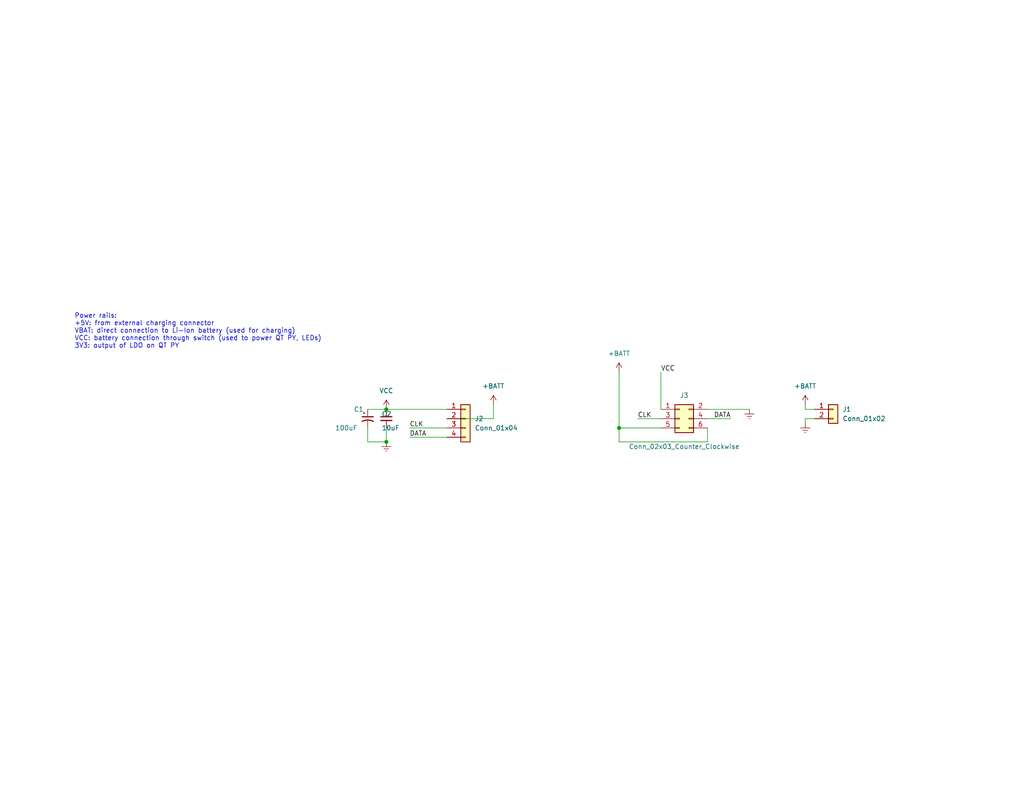
<source format=kicad_sch>
(kicad_sch (version 20211123) (generator eeschema)
  (paper "USLetter")
  (lib_symbols
    (symbol "Connector_Generic:Conn_01x02" (pin_names (offset 1.016) hide)
      (property "Reference" "J" (at 0 2.54 0))
      (property "Value" "Conn_01x02" (at 0 -5.08 0))
      (symbol "Conn_01x02_1_1"
        (rectangle (start -1.27 -2.413) (end 0 -2.667) (stroke (width 0.1524)))
        (rectangle (start -1.27 0.127) (end 0 -0.127) (stroke (width 0.1524)))
        (rectangle (start -1.27 1.27) (end 1.27 -3.81) (stroke (width 0.254)) (fill (type background)))
        (pin passive line (at -5.08 0 0) (length 3.81) (name "Pin_1") (number "1"))
        (pin passive line (at -5.08 -2.54 0) (length 3.81) (name "Pin_2") (number "2"))
      )
    )
    (symbol "Connector_Generic:Conn_01x04" (pin_names (offset 1.016) hide)
      (property "Reference" "J" (at 0 5.08 0))
      (property "Value" "Conn_01x04" (at 0 -7.62 0))
      (symbol "Conn_01x04_1_1"
        (rectangle (start -1.27 -4.953) (end 0 -5.207) (stroke (width 0.1524)))
        (rectangle (start -1.27 -2.413) (end 0 -2.667) (stroke (width 0.1524)))
        (rectangle (start -1.27 0.127) (end 0 -0.127) (stroke (width 0.1524)))
        (rectangle (start -1.27 2.667) (end 0 2.413) (stroke (width 0.1524)))
        (rectangle (start -1.27 3.81) (end 1.27 -6.35) (stroke (width 0.254)) (fill (type background)))
        (pin passive line (at -5.08 2.54 0) (length 3.81) (name "Pin_1") (number "1"))
        (pin passive line (at -5.08 0 0) (length 3.81) (name "Pin_2") (number "2"))
        (pin passive line (at -5.08 -2.54 0) (length 3.81) (name "Pin_3") (number "3"))
        (pin passive line (at -5.08 -5.08 0) (length 3.81) (name "Pin_4") (number "4"))
      )
    )
    (symbol "Connector_Generic:Conn_02x03_Odd_Even" (pin_names (offset 1.016) hide)
      (property "Reference" "J" (at 1.27 5.08 0))
      (property "Value" "Conn_02x03_Odd_Even" (at 1.27 -5.08 0))
      (symbol "Conn_02x03_Odd_Even_1_1"
        (rectangle (start -1.27 -2.413) (end 0 -2.667) (stroke (width 0.1524)))
        (rectangle (start -1.27 0.127) (end 0 -0.127) (stroke (width 0.1524)))
        (rectangle (start -1.27 2.667) (end 0 2.413) (stroke (width 0.1524)))
        (rectangle (start -1.27 3.81) (end 3.81 -3.81) (stroke (width 0.254)) (fill (type background)))
        (rectangle (start 3.81 -2.413) (end 2.54 -2.667) (stroke (width 0.1524)))
        (rectangle (start 3.81 0.127) (end 2.54 -0.127) (stroke (width 0.1524)))
        (rectangle (start 3.81 2.667) (end 2.54 2.413) (stroke (width 0.1524)))
        (pin passive line (at -5.08 2.54 0) (length 3.81) (name "Pin_1") (number "1"))
        (pin passive line (at 7.62 2.54 180) (length 3.81) (name "Pin_2") (number "2"))
        (pin passive line (at -5.08 0 0) (length 3.81) (name "Pin_3") (number "3"))
        (pin passive line (at 7.62 0 180) (length 3.81) (name "Pin_4") (number "4"))
        (pin passive line (at -5.08 -2.54 0) (length 3.81) (name "Pin_5") (number "5"))
        (pin passive line (at 7.62 -2.54 180) (length 3.81) (name "Pin_6") (number "6"))
      )
    )
    (symbol "Device:C_Polarized_Small_US" (pin_numbers hide) (pin_names (offset 0.254) hide)
      (property "Reference" "C" (at 0.254 1.778 0))
      (property "Value" "C_Polarized_Small_US" (at 0.254 -2.032 0))
      (symbol "C_Polarized_Small_US_0_1"
        (polyline (pts (xy -1.524 0.508) (xy 1.524 0.508)) (stroke (width 0.3048)))
        (polyline (pts (xy -1.27 1.524) (xy -0.762 1.524)))
        (polyline (pts (xy -1.016 1.27) (xy -1.016 1.778)))
        (arc (start 1.524 -0.762) (mid 0 -0.3734) (end -1.524 -0.762) (stroke (width 0.3048)))
      )
      (symbol "C_Polarized_Small_US_1_1"
        (pin passive line (at 0 2.54 270) (length 2.032) (name "~") (number "1"))
        (pin passive line (at 0 -2.54 90) (length 2.032) (name "~") (number "2"))
      )
    )
    (symbol "Device:C_Small" (pin_numbers hide) (pin_names (offset 0.254) hide)
      (property "Reference" "C" (at 0.254 1.778 0))
      (property "Value" "C_Small" (at 0.254 -2.032 0))
      (symbol "C_Small_0_1"
        (polyline (pts (xy -1.524 -0.508) (xy 1.524 -0.508)) (stroke (width 0.3302)))
        (polyline (pts (xy -1.524 0.508) (xy 1.524 0.508)) (stroke (width 0.3048)))
      )
      (symbol "C_Small_1_1"
        (pin passive line (at 0 2.54 270) (length 2.032) (name "~") (number "1"))
        (pin passive line (at 0 -2.54 90) (length 2.032) (name "~") (number "2"))
      )
    )
    (symbol "power:+BATT" (power) (pin_names (offset 0))
      (property "Value" "+BATT" (at 0 3.556 0))
      (symbol "+BATT_0_1"
        (polyline (pts (xy -0.762 1.27) (xy 0 2.54)))
        (polyline (pts (xy 0 0) (xy 0 2.54)))
        (polyline (pts (xy 0 2.54) (xy 0.762 1.27)))
      )
      (symbol "+BATT_1_1"
        (pin power_in line (at 0 0 90) (length 0) hide (name "+BATT") (number "1"))
      )
    )
    (symbol "power:GNDREF" (power) (pin_names (offset 0))
      (property "Value" "GNDREF" (at 0 -3.81 0))
      (symbol "GNDREF_0_1"
        (polyline (pts (xy -0.635 -1.905) (xy 0.635 -1.905)))
        (polyline (pts (xy -0.127 -2.54) (xy 0.127 -2.54)))
        (polyline (pts (xy 0 -1.27) (xy 0 0)))
        (polyline (pts (xy 1.27 -1.27) (xy -1.27 -1.27)))
      )
      (symbol "GNDREF_1_1"
        (pin power_in line (at 0 0 270) (length 0) hide (name "GNDREF") (number "1"))
      )
    )
    (symbol "power:VCC" (power) (pin_names (offset 0))
      (property "Value" "VCC" (at 0 3.81 0))
      (symbol "VCC_0_1"
        (polyline (pts (xy -0.762 1.27) (xy 0 2.54)))
        (polyline (pts (xy 0 0) (xy 0 2.54)))
        (polyline (pts (xy 0 2.54) (xy 0.762 1.27)))
      )
      (symbol "VCC_1_1"
        (pin power_in line (at 0 0 90) (length 0) hide (name "VCC") (number "1"))
      )
    )
  )
  (junction (at 105.41 120.65))
  (junction (at 105.41 111.76))
  (junction (at 168.91 116.84))
  (wire (pts (xy 219.71 114.3) (xy 219.71 115.57)))
  (wire (pts (xy 100.33 116.84) (xy 100.33 120.65)))
  (wire (pts (xy 222.25 111.76) (xy 219.71 111.76)))
  (wire (pts (xy 111.76 119.38) (xy 121.92 119.38)))
  (wire (pts (xy 168.91 116.84) (xy 168.91 120.65)))
  (wire (pts (xy 222.25 114.3) (xy 219.71 114.3)))
  (wire (pts (xy 193.04 111.76) (xy 204.47 111.76)))
  (wire (pts (xy 180.34 111.76) (xy 180.34 101.6)))
  (wire (pts (xy 193.04 120.65) (xy 168.91 120.65)))
  (wire (pts (xy 173.99 114.3) (xy 180.34 114.3)))
  (wire (pts (xy 193.04 116.84) (xy 193.04 120.65)))
  (wire (pts (xy 121.92 114.3) (xy 134.62 114.3)))
  (wire (pts (xy 100.33 120.65) (xy 105.41 120.65)))
  (wire (pts (xy 105.41 116.84) (xy 105.41 120.65)))
  (wire (pts (xy 111.76 116.84) (xy 121.92 116.84)))
  (wire (pts (xy 100.33 111.76) (xy 105.41 111.76)))
  (wire (pts (xy 168.91 101.6) (xy 168.91 116.84)))
  (wire (pts (xy 193.04 114.3) (xy 199.39 114.3)))
  (wire (pts (xy 134.62 110.49) (xy 134.62 114.3)))
  (wire (pts (xy 168.91 116.84) (xy 180.34 116.84)))
  (wire (pts (xy 219.71 110.49) (xy 219.71 111.76)))
  (wire (pts (xy 105.41 111.76) (xy 121.92 111.76)))
  (text "Power rails:\n+5V: from external charging connector\nVBAT: direct connection to Li-Ion battery (used for charging)\nVCC: battery connection through switch (used to power QT PY, LEDs)\n3V3: output of LDO on QT PY" (at 20.32 95.25 0) (effects (font (size 1.27 1.27)) (justify left bottom)))
  (label "DATA" (at 111.76 119.38 0))
  (label "CLK" (at 111.76 116.84 0))
  (label "CLK" (at 173.99 114.3 0))
  (label "VCC" (at 180.34 101.6 0))
  (label "DATA" (at 199.39 114.3 180))
  (symbol (lib_id "power:+BATT") (at 168.91 101.6 0) (unit 1)
    (property "Reference" "#PWR01" (effects hide))
    (property "Value" "+BATT" (at 168.91 96.52 0))
  )
  (symbol (lib_id "Connector_Generic:Conn_01x02") (at 227.33 111.76 0) (unit 1)
    (property "Reference" "J1" (at 229.87 111.7599 0) (effects (justify left)))
    (property "Value" "Conn_01x02" (at 229.87 114.2999 0) (effects (justify left)))
    (property "Footprint" "Connector_JST:JST_XH_B2B-XH-A_1x02_P2.50mm_Vertical" (effects hide))
  )
  (symbol (lib_id "Device:C_Polarized_Small_US") (at 100.33 114.3 0) (unit 1)
    (property "Reference" "C1" (at 96.52 111.76 0) (effects (justify left)))
    (property "Value" "100uF" (at 91.44 116.84 0) (effects (justify left)))
    (property "Footprint" "Capacitor_THT:CP_Radial_D6.3mm_P2.50mm" (effects hide))
  )
  (symbol (lib_id "power:GNDREF") (at 204.47 111.76 0) (unit 1)
    (property "Reference" "#PWR05" (effects hide))
    (property "Value" "GNDREF" (effects hide))
  )
  (symbol (lib_id "Device:C_Small") (at 105.41 114.3 0) (unit 1)
    (property "Reference" "C2" (at 104.14 113.03 0) (effects (justify left)))
    (property "Value" "10uF" (at 104.14 116.84 0) (effects (justify left)))
    (property "Footprint" "Capacitor_SMD:C_0805_2012Metric" (effects hide))
    (property "LCSC" "C15850" (effects hide))
  )
  (symbol (lib_id "power:GNDREF") (at 219.71 115.57 0) (unit 1)
    (property "Reference" "#PWR06" (effects hide))
    (property "Value" "GNDREF" (effects hide))
  )
  (symbol (lib_id "power:+BATT") (at 134.62 110.49 0) (unit 1)
    (property "Reference" "#PWR02" (effects hide))
    (property "Value" "+BATT" (at 134.62 105.41 0))
  )
  (symbol (lib_id "Connector_Generic:Conn_01x04") (at 127 114.3 0) (unit 1)
    (property "Reference" "J2" (at 129.54 114.2999 0) (effects (justify left)))
    (property "Value" "Conn_01x04" (at 129.54 116.8399 0) (effects (justify left)))
    (property "Footprint" "shurik-personal:connector-4p-large-nosilk" (effects hide))
  )
  (symbol (lib_id "power:GNDREF") (at 105.41 120.65 0) (unit 1)
    (property "Reference" "#PWR07" (effects hide))
    (property "Value" "GNDREF" (effects hide))
  )
  (symbol (lib_id "power:VCC") (at 105.41 111.76 0) (unit 1)
    (property "Reference" "#PWR04" (effects hide))
    (property "Value" "VCC" (at 105.41 106.68 0))
  )
  (symbol (lib_id "power:+BATT") (at 219.71 110.49 0) (unit 1)
    (property "Reference" "#PWR03" (effects hide))
    (property "Value" "+BATT" (at 219.71 105.41 0))
  )
  (symbol (lib_id "Connector_Generic:Conn_02x03_Odd_Even") (at 185.42 114.3 0) (unit 1)
    (property "Reference" "J3" (at 186.69 107.95 0))
    (property "Value" "Conn_02x03_Counter_Clockwise" (at 186.69 121.92 0))
    (property "Footprint" "Connector_PinSocket_2.54mm:PinSocket_2x03_P2.54mm_Horizontal" (effects hide))
  )
)
</source>
